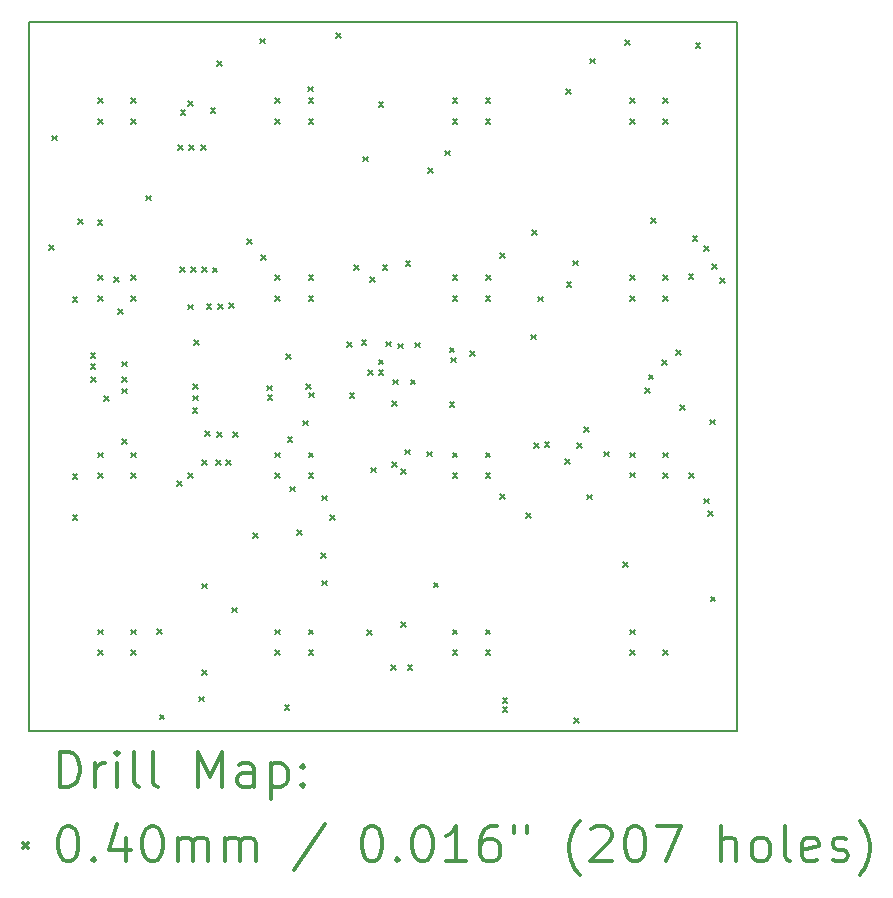
<source format=gbr>
%FSLAX45Y45*%
G04 Gerber Fmt 4.5, Leading zero omitted, Abs format (unit mm)*
G04 Created by KiCad (PCBNEW 4.0.6) date Saturday 24 June 2017 19:10:56*
%MOMM*%
%LPD*%
G01*
G04 APERTURE LIST*
%ADD10C,0.127000*%
%ADD11C,0.150000*%
%ADD12C,0.200000*%
%ADD13C,0.300000*%
G04 APERTURE END LIST*
D10*
D11*
X6000000Y0D02*
X0Y0D01*
X6000000Y6000000D02*
X0Y6000000D01*
X6000000Y0D02*
X6000000Y6000000D01*
X0Y6000000D02*
X0Y0D01*
D12*
X170600Y4115270D02*
X210600Y4075270D01*
X210600Y4115270D02*
X170600Y4075270D01*
X201351Y5041990D02*
X241351Y5001990D01*
X241351Y5041990D02*
X201351Y5001990D01*
X372607Y3674237D02*
X412607Y3634237D01*
X412607Y3674237D02*
X372607Y3634237D01*
X372607Y2174237D02*
X412607Y2134237D01*
X412607Y2174237D02*
X372607Y2134237D01*
X373529Y1828000D02*
X413529Y1788000D01*
X413529Y1828000D02*
X373529Y1788000D01*
X416980Y4332440D02*
X456980Y4292440D01*
X456980Y4332440D02*
X416980Y4292440D01*
X524827Y3196857D02*
X564827Y3156857D01*
X564827Y3196857D02*
X524827Y3156857D01*
X524827Y3107441D02*
X564827Y3067441D01*
X564827Y3107441D02*
X524827Y3067441D01*
X530000Y2995000D02*
X570000Y2955000D01*
X570000Y2995000D02*
X530000Y2955000D01*
X584620Y4326090D02*
X624620Y4286090D01*
X624620Y4326090D02*
X584620Y4286090D01*
X590000Y5357500D02*
X630000Y5317500D01*
X630000Y5357500D02*
X590000Y5317500D01*
X590000Y5182500D02*
X630000Y5142500D01*
X630000Y5182500D02*
X590000Y5142500D01*
X590000Y3857500D02*
X630000Y3817500D01*
X630000Y3857500D02*
X590000Y3817500D01*
X590000Y3682500D02*
X630000Y3642500D01*
X630000Y3682500D02*
X590000Y3642500D01*
X590000Y2357500D02*
X630000Y2317500D01*
X630000Y2357500D02*
X590000Y2317500D01*
X590000Y2186411D02*
X630000Y2146411D01*
X630000Y2186411D02*
X590000Y2146411D01*
X590000Y857500D02*
X630000Y817500D01*
X630000Y857500D02*
X590000Y817500D01*
X590000Y682500D02*
X630000Y642500D01*
X630000Y682500D02*
X590000Y642500D01*
X639230Y2832570D02*
X679230Y2792570D01*
X679230Y2832570D02*
X639230Y2792570D01*
X725590Y3846030D02*
X765590Y3806030D01*
X765590Y3846030D02*
X725590Y3806030D01*
X756070Y3571710D02*
X796070Y3531710D01*
X796070Y3571710D02*
X756070Y3531710D01*
X788571Y3126925D02*
X828571Y3086925D01*
X828571Y3126925D02*
X788571Y3086925D01*
X788571Y2994475D02*
X828571Y2954475D01*
X828571Y2994475D02*
X788571Y2954475D01*
X788571Y2900193D02*
X828571Y2860193D01*
X828571Y2900193D02*
X788571Y2860193D01*
X790360Y2469350D02*
X830360Y2429350D01*
X830360Y2469350D02*
X790360Y2429350D01*
X870000Y5357500D02*
X910000Y5317500D01*
X910000Y5357500D02*
X870000Y5317500D01*
X870000Y5182500D02*
X910000Y5142500D01*
X910000Y5182500D02*
X870000Y5142500D01*
X870000Y3857500D02*
X910000Y3817500D01*
X910000Y3857500D02*
X870000Y3817500D01*
X870000Y3682500D02*
X910000Y3642500D01*
X910000Y3682500D02*
X870000Y3642500D01*
X870000Y2357500D02*
X910000Y2317500D01*
X910000Y2357500D02*
X870000Y2317500D01*
X870000Y2182500D02*
X910000Y2142500D01*
X910000Y2182500D02*
X870000Y2142500D01*
X870000Y857500D02*
X910000Y817500D01*
X910000Y857500D02*
X870000Y817500D01*
X870000Y682500D02*
X910000Y642500D01*
X910000Y682500D02*
X870000Y642500D01*
X993560Y4533100D02*
X1033560Y4493100D01*
X1033560Y4533100D02*
X993560Y4493100D01*
X1087393Y865763D02*
X1127393Y825763D01*
X1127393Y865763D02*
X1087393Y825763D01*
X1109130Y138900D02*
X1149130Y98900D01*
X1149130Y138900D02*
X1109130Y98900D01*
X1258891Y2115516D02*
X1298891Y2075516D01*
X1298891Y2115516D02*
X1258891Y2075516D01*
X1266610Y4961090D02*
X1306610Y4921090D01*
X1306610Y4961090D02*
X1266610Y4921090D01*
X1283120Y3927310D02*
X1323120Y3887310D01*
X1323120Y3927310D02*
X1283120Y3887310D01*
X1286930Y5259540D02*
X1326930Y5219540D01*
X1326930Y5259540D02*
X1286930Y5219540D01*
X1349160Y3611080D02*
X1389160Y3571080D01*
X1389160Y3611080D02*
X1349160Y3571080D01*
X1351700Y2183600D02*
X1391700Y2143600D01*
X1391700Y2183600D02*
X1351700Y2143600D01*
X1352970Y5331930D02*
X1392970Y5291930D01*
X1392970Y5331930D02*
X1352970Y5291930D01*
X1356780Y4961090D02*
X1396780Y4921090D01*
X1396780Y4961090D02*
X1356780Y4921090D01*
X1376324Y3926311D02*
X1416324Y3886311D01*
X1416324Y3926311D02*
X1376324Y3886311D01*
X1388530Y2732240D02*
X1428530Y2692240D01*
X1428530Y2732240D02*
X1388530Y2692240D01*
X1389800Y2937980D02*
X1429800Y2897980D01*
X1429800Y2937980D02*
X1389800Y2897980D01*
X1389800Y2840190D02*
X1429800Y2800190D01*
X1429800Y2840190D02*
X1389800Y2800190D01*
X1401230Y3312630D02*
X1441230Y3272630D01*
X1441230Y3312630D02*
X1401230Y3272630D01*
X1440600Y291300D02*
X1480600Y251300D01*
X1480600Y291300D02*
X1440600Y251300D01*
X1462190Y4958550D02*
X1502190Y4918550D01*
X1502190Y4958550D02*
X1462190Y4918550D01*
X1467270Y1247610D02*
X1507270Y1207610D01*
X1507270Y1247610D02*
X1467270Y1207610D01*
X1470071Y2292549D02*
X1510071Y2252549D01*
X1510071Y2292549D02*
X1470071Y2252549D01*
X1471080Y516090D02*
X1511080Y476090D01*
X1511080Y516090D02*
X1471080Y476090D01*
X1471909Y3926311D02*
X1511909Y3886311D01*
X1511909Y3926311D02*
X1471909Y3886311D01*
X1496293Y2538201D02*
X1536293Y2498201D01*
X1536293Y2538201D02*
X1496293Y2498201D01*
X1506640Y3614890D02*
X1546640Y3574890D01*
X1546640Y3614890D02*
X1506640Y3574890D01*
X1540930Y5270970D02*
X1580930Y5230970D01*
X1580930Y5270970D02*
X1540930Y5230970D01*
X1558173Y3922501D02*
X1598173Y3882501D01*
X1598173Y3922501D02*
X1558173Y3882501D01*
X1586650Y2292549D02*
X1626650Y2252549D01*
X1626650Y2292549D02*
X1586650Y2252549D01*
X1596150Y5671680D02*
X1636150Y5631680D01*
X1636150Y5671680D02*
X1596150Y5631680D01*
X1598664Y2531851D02*
X1638664Y2491851D01*
X1638664Y2531851D02*
X1598664Y2491851D01*
X1605700Y3617430D02*
X1645700Y3577430D01*
X1645700Y3617430D02*
X1605700Y3577430D01*
X1674104Y2292549D02*
X1714104Y2252549D01*
X1714104Y2292549D02*
X1674104Y2252549D01*
X1694600Y3619970D02*
X1734600Y3579970D01*
X1734600Y3619970D02*
X1694600Y3579970D01*
X1723810Y1045680D02*
X1763810Y1005680D01*
X1763810Y1045680D02*
X1723810Y1005680D01*
X1728828Y2531851D02*
X1768828Y2491851D01*
X1768828Y2531851D02*
X1728828Y2491851D01*
X1847000Y4164800D02*
X1887000Y4124800D01*
X1887000Y4164800D02*
X1847000Y4124800D01*
X1897800Y1678140D02*
X1937800Y1638140D01*
X1937800Y1678140D02*
X1897800Y1638140D01*
X1960030Y5862790D02*
X2000030Y5822790D01*
X2000030Y5862790D02*
X1960030Y5822790D01*
X1968370Y4031630D02*
X2008370Y3991630D01*
X2008370Y4031630D02*
X1968370Y3991630D01*
X2019467Y2925168D02*
X2059467Y2885168D01*
X2059467Y2925168D02*
X2019467Y2885168D01*
X2023530Y2845270D02*
X2063530Y2805270D01*
X2063530Y2845270D02*
X2023530Y2805270D01*
X2090000Y5357500D02*
X2130000Y5317500D01*
X2130000Y5357500D02*
X2090000Y5317500D01*
X2090000Y5182500D02*
X2130000Y5142500D01*
X2130000Y5182500D02*
X2090000Y5142500D01*
X2090000Y3857500D02*
X2130000Y3817500D01*
X2130000Y3857500D02*
X2090000Y3817500D01*
X2090000Y3682500D02*
X2130000Y3642500D01*
X2130000Y3682500D02*
X2090000Y3642500D01*
X2090000Y2357500D02*
X2130000Y2317500D01*
X2130000Y2357500D02*
X2090000Y2317500D01*
X2090000Y2182500D02*
X2130000Y2142500D01*
X2130000Y2182500D02*
X2090000Y2142500D01*
X2090000Y857500D02*
X2130000Y817500D01*
X2130000Y857500D02*
X2090000Y817500D01*
X2090000Y682500D02*
X2130000Y642500D01*
X2130000Y682500D02*
X2090000Y642500D01*
X2167040Y220000D02*
X2207040Y180000D01*
X2207040Y220000D02*
X2167040Y180000D01*
X2177200Y3193250D02*
X2217200Y3153250D01*
X2217200Y3193250D02*
X2177200Y3153250D01*
X2193159Y2486411D02*
X2233159Y2446411D01*
X2233159Y2486411D02*
X2193159Y2446411D01*
X2216570Y2069300D02*
X2256570Y2029300D01*
X2256570Y2069300D02*
X2216570Y2029300D01*
X2271180Y1703540D02*
X2311180Y1663540D01*
X2311180Y1703540D02*
X2271180Y1663540D01*
X2325763Y2627393D02*
X2365763Y2587393D01*
X2365763Y2627393D02*
X2325763Y2587393D01*
X2347063Y2939436D02*
X2387063Y2899436D01*
X2387063Y2939436D02*
X2347063Y2899436D01*
X2368970Y5455120D02*
X2408970Y5415120D01*
X2408970Y5455120D02*
X2368970Y5415120D01*
X2370000Y5357500D02*
X2410000Y5317500D01*
X2410000Y5357500D02*
X2370000Y5317500D01*
X2370000Y5182500D02*
X2410000Y5142500D01*
X2410000Y5182500D02*
X2370000Y5142500D01*
X2370000Y3857500D02*
X2410000Y3817500D01*
X2410000Y3857500D02*
X2370000Y3817500D01*
X2370000Y3682500D02*
X2410000Y3642500D01*
X2410000Y3682500D02*
X2370000Y3642500D01*
X2370000Y2357500D02*
X2410000Y2317500D01*
X2410000Y2357500D02*
X2370000Y2317500D01*
X2370000Y2182500D02*
X2410000Y2142500D01*
X2410000Y2182500D02*
X2370000Y2142500D01*
X2370000Y857500D02*
X2410000Y817500D01*
X2410000Y857500D02*
X2370000Y817500D01*
X2370000Y682500D02*
X2410000Y642500D01*
X2410000Y682500D02*
X2370000Y642500D01*
X2375320Y2864591D02*
X2415320Y2824591D01*
X2415320Y2864591D02*
X2375320Y2824591D01*
X2473738Y1503567D02*
X2513738Y1463567D01*
X2513738Y1503567D02*
X2473738Y1463567D01*
X2484540Y1274280D02*
X2524540Y1234280D01*
X2524540Y1274280D02*
X2484540Y1234280D01*
X2485981Y1993819D02*
X2525981Y1953819D01*
X2525981Y1993819D02*
X2485981Y1953819D01*
X2552852Y1826897D02*
X2592852Y1786897D01*
X2592852Y1826897D02*
X2552852Y1786897D01*
X2603920Y5911050D02*
X2643920Y5871050D01*
X2643920Y5911050D02*
X2603920Y5871050D01*
X2694090Y3292310D02*
X2734090Y3252310D01*
X2734090Y3292310D02*
X2694090Y3252310D01*
X2716950Y2859240D02*
X2756950Y2819240D01*
X2756950Y2859240D02*
X2716950Y2819240D01*
X2756320Y3945090D02*
X2796320Y3905090D01*
X2796320Y3945090D02*
X2756320Y3905090D01*
X2818550Y3310361D02*
X2858550Y3270361D01*
X2858550Y3310361D02*
X2818550Y3270361D01*
X2833790Y4863300D02*
X2873790Y4823300D01*
X2873790Y4863300D02*
X2833790Y4823300D01*
X2866810Y852640D02*
X2906810Y812640D01*
X2906810Y852640D02*
X2866810Y812640D01*
X2872264Y3056015D02*
X2912264Y3016015D01*
X2912264Y3056015D02*
X2872264Y3016015D01*
X2888934Y3841221D02*
X2928934Y3801221D01*
X2928934Y3841221D02*
X2888934Y3801221D01*
X2902370Y2230590D02*
X2942370Y2190590D01*
X2942370Y2230590D02*
X2902370Y2190590D01*
X2963330Y5323040D02*
X3003330Y5283040D01*
X3003330Y5323040D02*
X2963330Y5283040D01*
X2964329Y3143569D02*
X3004329Y3103569D01*
X3004329Y3143569D02*
X2964329Y3103569D01*
X2964329Y3058630D02*
X3004329Y3018630D01*
X3004329Y3058630D02*
X2964329Y3018630D01*
X2996350Y3943820D02*
X3036350Y3903820D01*
X3036350Y3943820D02*
X2996350Y3903820D01*
X3026830Y3296120D02*
X3066830Y3256120D01*
X3066830Y3296120D02*
X3026830Y3256120D01*
X3069008Y556459D02*
X3109008Y516459D01*
X3109008Y556459D02*
X3069008Y516459D01*
X3076260Y2795350D02*
X3116260Y2755350D01*
X3116260Y2795350D02*
X3076260Y2755350D01*
X3077741Y2279124D02*
X3117741Y2239124D01*
X3117741Y2279124D02*
X3077741Y2239124D01*
X3088789Y2974173D02*
X3128789Y2934173D01*
X3128789Y2974173D02*
X3088789Y2934173D01*
X3130213Y3280110D02*
X3170213Y3240110D01*
X3170213Y3280110D02*
X3130213Y3240110D01*
X3152560Y2220430D02*
X3192560Y2180430D01*
X3192560Y2220430D02*
X3152560Y2180430D01*
X3153013Y920001D02*
X3193013Y880001D01*
X3193013Y920001D02*
X3153013Y880001D01*
X3188120Y2382990D02*
X3228120Y2342990D01*
X3228120Y2382990D02*
X3188120Y2342990D01*
X3191930Y3978110D02*
X3231930Y3938110D01*
X3231930Y3978110D02*
X3191930Y3938110D01*
X3209710Y556459D02*
X3249710Y516459D01*
X3249710Y556459D02*
X3209710Y516459D01*
X3233840Y2974810D02*
X3273840Y2934810D01*
X3273840Y2974810D02*
X3233840Y2934810D01*
X3271278Y3287381D02*
X3311278Y3247381D01*
X3311278Y3287381D02*
X3271278Y3247381D01*
X3372607Y2365763D02*
X3412607Y2325763D01*
X3412607Y2365763D02*
X3372607Y2325763D01*
X3382430Y4766780D02*
X3422430Y4726780D01*
X3422430Y4766780D02*
X3382430Y4726780D01*
X3429420Y1256500D02*
X3469420Y1216500D01*
X3469420Y1256500D02*
X3429420Y1216500D01*
X3525000Y4914930D02*
X3565000Y4874930D01*
X3565000Y4914930D02*
X3525000Y4874930D01*
X3563396Y2786716D02*
X3603396Y2746716D01*
X3603396Y2786716D02*
X3563396Y2746716D01*
X3565310Y3246590D02*
X3605310Y3206590D01*
X3605310Y3246590D02*
X3565310Y3206590D01*
X3576740Y3161500D02*
X3616740Y3121500D01*
X3616740Y3161500D02*
X3576740Y3121500D01*
X3590000Y5357500D02*
X3630000Y5317500D01*
X3630000Y5357500D02*
X3590000Y5317500D01*
X3590000Y5182500D02*
X3630000Y5142500D01*
X3630000Y5182500D02*
X3590000Y5142500D01*
X3590000Y3857500D02*
X3630000Y3817500D01*
X3630000Y3857500D02*
X3590000Y3817500D01*
X3590000Y3682500D02*
X3630000Y3642500D01*
X3630000Y3682500D02*
X3590000Y3642500D01*
X3590000Y2357500D02*
X3630000Y2317500D01*
X3630000Y2357500D02*
X3590000Y2317500D01*
X3590000Y2182500D02*
X3630000Y2142500D01*
X3630000Y2182500D02*
X3590000Y2142500D01*
X3590000Y857500D02*
X3630000Y817500D01*
X3630000Y857500D02*
X3590000Y817500D01*
X3590000Y682500D02*
X3630000Y642500D01*
X3630000Y682500D02*
X3590000Y642500D01*
X3738030Y3214840D02*
X3778030Y3174840D01*
X3778030Y3214840D02*
X3738030Y3174840D01*
X3870000Y5357500D02*
X3910000Y5317500D01*
X3910000Y5357500D02*
X3870000Y5317500D01*
X3870000Y5182500D02*
X3910000Y5142500D01*
X3910000Y5182500D02*
X3870000Y5142500D01*
X3870000Y3682500D02*
X3910000Y3642500D01*
X3910000Y3682500D02*
X3870000Y3642500D01*
X3870000Y2357500D02*
X3910000Y2317500D01*
X3910000Y2357500D02*
X3870000Y2317500D01*
X3870000Y2182500D02*
X3910000Y2142500D01*
X3910000Y2182500D02*
X3870000Y2142500D01*
X3870000Y857500D02*
X3910000Y817500D01*
X3910000Y857500D02*
X3870000Y817500D01*
X3870000Y682500D02*
X3910000Y642500D01*
X3910000Y682500D02*
X3870000Y642500D01*
X3871380Y3857460D02*
X3911380Y3817460D01*
X3911380Y3857460D02*
X3871380Y3817460D01*
X3990027Y4045962D02*
X4030027Y4005962D01*
X4030027Y4045962D02*
X3990027Y4005962D01*
X3991629Y2008069D02*
X4031629Y1968069D01*
X4031629Y2008069D02*
X3991629Y1968069D01*
X4012116Y281402D02*
X4052116Y241402D01*
X4052116Y281402D02*
X4012116Y241402D01*
X4012350Y201401D02*
X4052350Y161401D01*
X4052350Y201401D02*
X4012350Y161401D01*
X4213010Y1847050D02*
X4253010Y1807050D01*
X4253010Y1847050D02*
X4213010Y1807050D01*
X4256190Y3357080D02*
X4296190Y3317080D01*
X4296190Y3357080D02*
X4256190Y3317080D01*
X4260000Y4238460D02*
X4300000Y4198460D01*
X4300000Y4238460D02*
X4260000Y4198460D01*
X4279050Y2440140D02*
X4319050Y2400140D01*
X4319050Y2440140D02*
X4279050Y2400140D01*
X4315880Y3678390D02*
X4355880Y3638390D01*
X4355880Y3678390D02*
X4315880Y3638390D01*
X4367950Y2443950D02*
X4407950Y2403950D01*
X4407950Y2443950D02*
X4367950Y2403950D01*
X4540670Y2300711D02*
X4580670Y2260711D01*
X4580670Y2300711D02*
X4540670Y2260711D01*
X4550830Y5432000D02*
X4590830Y5392000D01*
X4590830Y5432000D02*
X4550830Y5392000D01*
X4554640Y3797770D02*
X4594640Y3757770D01*
X4594640Y3797770D02*
X4554640Y3757770D01*
X4611790Y3983461D02*
X4651790Y3943461D01*
X4651790Y3983461D02*
X4611790Y3943461D01*
X4620680Y109690D02*
X4660680Y69690D01*
X4660680Y109690D02*
X4620680Y69690D01*
X4645978Y2439247D02*
X4685978Y2399247D01*
X4685978Y2439247D02*
X4645978Y2399247D01*
X4704003Y2574747D02*
X4744003Y2534747D01*
X4744003Y2574747D02*
X4704003Y2534747D01*
X4728630Y2000720D02*
X4768630Y1960720D01*
X4768630Y2000720D02*
X4728630Y1960720D01*
X4751490Y5693880D02*
X4791490Y5653880D01*
X4791490Y5693880D02*
X4751490Y5653880D01*
X4872607Y2365763D02*
X4912607Y2325763D01*
X4912607Y2365763D02*
X4872607Y2325763D01*
X5035970Y1433030D02*
X5075970Y1393030D01*
X5075970Y1433030D02*
X5035970Y1393030D01*
X5047400Y5848549D02*
X5087400Y5808549D01*
X5087400Y5848549D02*
X5047400Y5808549D01*
X5090000Y5357500D02*
X5130000Y5317500D01*
X5130000Y5357500D02*
X5090000Y5317500D01*
X5090000Y5182500D02*
X5130000Y5142500D01*
X5130000Y5182500D02*
X5090000Y5142500D01*
X5090000Y3857500D02*
X5130000Y3817500D01*
X5130000Y3857500D02*
X5090000Y3817500D01*
X5090000Y2357500D02*
X5130000Y2317500D01*
X5130000Y2357500D02*
X5090000Y2317500D01*
X5090000Y2188232D02*
X5130000Y2148232D01*
X5130000Y2188232D02*
X5090000Y2148232D01*
X5090000Y857500D02*
X5130000Y817500D01*
X5130000Y857500D02*
X5090000Y817500D01*
X5090000Y682500D02*
X5130000Y642500D01*
X5130000Y682500D02*
X5090000Y642500D01*
X5090257Y3683773D02*
X5130257Y3643773D01*
X5130257Y3683773D02*
X5090257Y3643773D01*
X5222660Y2904960D02*
X5262660Y2864960D01*
X5262660Y2904960D02*
X5222660Y2864960D01*
X5249330Y3016720D02*
X5289330Y2976720D01*
X5289330Y3016720D02*
X5249330Y2976720D01*
X5273189Y4340060D02*
X5313189Y4300060D01*
X5313189Y4340060D02*
X5273189Y4300060D01*
X5361090Y3142450D02*
X5401090Y3102450D01*
X5401090Y3142450D02*
X5361090Y3102450D01*
X5370000Y5357500D02*
X5410000Y5317500D01*
X5410000Y5357500D02*
X5370000Y5317500D01*
X5370000Y5182500D02*
X5410000Y5142500D01*
X5410000Y5182500D02*
X5370000Y5142500D01*
X5370000Y3857500D02*
X5410000Y3817500D01*
X5410000Y3857500D02*
X5370000Y3817500D01*
X5370000Y3682500D02*
X5410000Y3642500D01*
X5410000Y3682500D02*
X5370000Y3642500D01*
X5370000Y2357500D02*
X5410000Y2317500D01*
X5410000Y2357500D02*
X5370000Y2317500D01*
X5370000Y2182500D02*
X5410000Y2142500D01*
X5410000Y2182500D02*
X5370000Y2142500D01*
X5370000Y682500D02*
X5410000Y642500D01*
X5410000Y682500D02*
X5370000Y642500D01*
X5480470Y3227540D02*
X5520470Y3187540D01*
X5520470Y3227540D02*
X5480470Y3187540D01*
X5516030Y2757640D02*
X5556030Y2717640D01*
X5556030Y2757640D02*
X5516030Y2717640D01*
X5587393Y3865763D02*
X5627393Y3825763D01*
X5627393Y3865763D02*
X5587393Y3825763D01*
X5594943Y2181788D02*
X5634943Y2141788D01*
X5634943Y2181788D02*
X5594943Y2141788D01*
X5622710Y4187660D02*
X5662710Y4147660D01*
X5662710Y4187660D02*
X5622710Y4147660D01*
X5648110Y5825960D02*
X5688110Y5785960D01*
X5688110Y5825960D02*
X5648110Y5785960D01*
X5719230Y4106380D02*
X5759230Y4066380D01*
X5759230Y4106380D02*
X5719230Y4066380D01*
X5720500Y1967700D02*
X5760500Y1927700D01*
X5760500Y1967700D02*
X5720500Y1927700D01*
X5753249Y1863560D02*
X5793249Y1823560D01*
X5793249Y1863560D02*
X5753249Y1823560D01*
X5771300Y2636990D02*
X5811300Y2596990D01*
X5811300Y2636990D02*
X5771300Y2596990D01*
X5774111Y1138543D02*
X5814111Y1098543D01*
X5814111Y1138543D02*
X5774111Y1098543D01*
X5789080Y3950170D02*
X5829080Y3910170D01*
X5829080Y3950170D02*
X5789080Y3910170D01*
X5851581Y3832060D02*
X5891581Y3792060D01*
X5891581Y3832060D02*
X5851581Y3792060D01*
D13*
X263929Y-473214D02*
X263929Y-173214D01*
X335357Y-173214D01*
X378214Y-187500D01*
X406786Y-216071D01*
X421071Y-244643D01*
X435357Y-301786D01*
X435357Y-344643D01*
X421071Y-401786D01*
X406786Y-430357D01*
X378214Y-458929D01*
X335357Y-473214D01*
X263929Y-473214D01*
X563929Y-473214D02*
X563929Y-273214D01*
X563929Y-330357D02*
X578214Y-301786D01*
X592500Y-287500D01*
X621071Y-273214D01*
X649643Y-273214D01*
X749643Y-473214D02*
X749643Y-273214D01*
X749643Y-173214D02*
X735357Y-187500D01*
X749643Y-201786D01*
X763928Y-187500D01*
X749643Y-173214D01*
X749643Y-201786D01*
X935357Y-473214D02*
X906786Y-458929D01*
X892500Y-430357D01*
X892500Y-173214D01*
X1092500Y-473214D02*
X1063929Y-458929D01*
X1049643Y-430357D01*
X1049643Y-173214D01*
X1435357Y-473214D02*
X1435357Y-173214D01*
X1535357Y-387500D01*
X1635357Y-173214D01*
X1635357Y-473214D01*
X1906786Y-473214D02*
X1906786Y-316072D01*
X1892500Y-287500D01*
X1863928Y-273214D01*
X1806786Y-273214D01*
X1778214Y-287500D01*
X1906786Y-458929D02*
X1878214Y-473214D01*
X1806786Y-473214D01*
X1778214Y-458929D01*
X1763928Y-430357D01*
X1763928Y-401786D01*
X1778214Y-373214D01*
X1806786Y-358929D01*
X1878214Y-358929D01*
X1906786Y-344643D01*
X2049643Y-273214D02*
X2049643Y-573214D01*
X2049643Y-287500D02*
X2078214Y-273214D01*
X2135357Y-273214D01*
X2163929Y-287500D01*
X2178214Y-301786D01*
X2192500Y-330357D01*
X2192500Y-416071D01*
X2178214Y-444643D01*
X2163929Y-458929D01*
X2135357Y-473214D01*
X2078214Y-473214D01*
X2049643Y-458929D01*
X2321071Y-444643D02*
X2335357Y-458929D01*
X2321071Y-473214D01*
X2306786Y-458929D01*
X2321071Y-444643D01*
X2321071Y-473214D01*
X2321071Y-287500D02*
X2335357Y-301786D01*
X2321071Y-316072D01*
X2306786Y-301786D01*
X2321071Y-287500D01*
X2321071Y-316072D01*
X-47500Y-947500D02*
X-7500Y-987500D01*
X-7500Y-947500D02*
X-47500Y-987500D01*
X321071Y-803214D02*
X349643Y-803214D01*
X378214Y-817500D01*
X392500Y-831786D01*
X406786Y-860357D01*
X421071Y-917500D01*
X421071Y-988929D01*
X406786Y-1046071D01*
X392500Y-1074643D01*
X378214Y-1088929D01*
X349643Y-1103214D01*
X321071Y-1103214D01*
X292500Y-1088929D01*
X278214Y-1074643D01*
X263929Y-1046071D01*
X249643Y-988929D01*
X249643Y-917500D01*
X263929Y-860357D01*
X278214Y-831786D01*
X292500Y-817500D01*
X321071Y-803214D01*
X549643Y-1074643D02*
X563929Y-1088929D01*
X549643Y-1103214D01*
X535357Y-1088929D01*
X549643Y-1074643D01*
X549643Y-1103214D01*
X821071Y-903214D02*
X821071Y-1103214D01*
X749643Y-788929D02*
X678214Y-1003214D01*
X863928Y-1003214D01*
X1035357Y-803214D02*
X1063929Y-803214D01*
X1092500Y-817500D01*
X1106786Y-831786D01*
X1121071Y-860357D01*
X1135357Y-917500D01*
X1135357Y-988929D01*
X1121071Y-1046071D01*
X1106786Y-1074643D01*
X1092500Y-1088929D01*
X1063929Y-1103214D01*
X1035357Y-1103214D01*
X1006786Y-1088929D01*
X992500Y-1074643D01*
X978214Y-1046071D01*
X963928Y-988929D01*
X963928Y-917500D01*
X978214Y-860357D01*
X992500Y-831786D01*
X1006786Y-817500D01*
X1035357Y-803214D01*
X1263929Y-1103214D02*
X1263929Y-903214D01*
X1263929Y-931786D02*
X1278214Y-917500D01*
X1306786Y-903214D01*
X1349643Y-903214D01*
X1378214Y-917500D01*
X1392500Y-946071D01*
X1392500Y-1103214D01*
X1392500Y-946071D02*
X1406786Y-917500D01*
X1435357Y-903214D01*
X1478214Y-903214D01*
X1506786Y-917500D01*
X1521071Y-946071D01*
X1521071Y-1103214D01*
X1663928Y-1103214D02*
X1663928Y-903214D01*
X1663928Y-931786D02*
X1678214Y-917500D01*
X1706786Y-903214D01*
X1749643Y-903214D01*
X1778214Y-917500D01*
X1792500Y-946071D01*
X1792500Y-1103214D01*
X1792500Y-946071D02*
X1806786Y-917500D01*
X1835357Y-903214D01*
X1878214Y-903214D01*
X1906786Y-917500D01*
X1921071Y-946071D01*
X1921071Y-1103214D01*
X2506786Y-788929D02*
X2249643Y-1174643D01*
X2892500Y-803214D02*
X2921071Y-803214D01*
X2949643Y-817500D01*
X2963928Y-831786D01*
X2978214Y-860357D01*
X2992500Y-917500D01*
X2992500Y-988929D01*
X2978214Y-1046071D01*
X2963928Y-1074643D01*
X2949643Y-1088929D01*
X2921071Y-1103214D01*
X2892500Y-1103214D01*
X2863928Y-1088929D01*
X2849643Y-1074643D01*
X2835357Y-1046071D01*
X2821071Y-988929D01*
X2821071Y-917500D01*
X2835357Y-860357D01*
X2849643Y-831786D01*
X2863928Y-817500D01*
X2892500Y-803214D01*
X3121071Y-1074643D02*
X3135357Y-1088929D01*
X3121071Y-1103214D01*
X3106786Y-1088929D01*
X3121071Y-1074643D01*
X3121071Y-1103214D01*
X3321071Y-803214D02*
X3349643Y-803214D01*
X3378214Y-817500D01*
X3392500Y-831786D01*
X3406785Y-860357D01*
X3421071Y-917500D01*
X3421071Y-988929D01*
X3406785Y-1046071D01*
X3392500Y-1074643D01*
X3378214Y-1088929D01*
X3349643Y-1103214D01*
X3321071Y-1103214D01*
X3292500Y-1088929D01*
X3278214Y-1074643D01*
X3263928Y-1046071D01*
X3249643Y-988929D01*
X3249643Y-917500D01*
X3263928Y-860357D01*
X3278214Y-831786D01*
X3292500Y-817500D01*
X3321071Y-803214D01*
X3706785Y-1103214D02*
X3535357Y-1103214D01*
X3621071Y-1103214D02*
X3621071Y-803214D01*
X3592500Y-846071D01*
X3563928Y-874643D01*
X3535357Y-888929D01*
X3963928Y-803214D02*
X3906785Y-803214D01*
X3878214Y-817500D01*
X3863928Y-831786D01*
X3835357Y-874643D01*
X3821071Y-931786D01*
X3821071Y-1046071D01*
X3835357Y-1074643D01*
X3849643Y-1088929D01*
X3878214Y-1103214D01*
X3935357Y-1103214D01*
X3963928Y-1088929D01*
X3978214Y-1074643D01*
X3992500Y-1046071D01*
X3992500Y-974643D01*
X3978214Y-946071D01*
X3963928Y-931786D01*
X3935357Y-917500D01*
X3878214Y-917500D01*
X3849643Y-931786D01*
X3835357Y-946071D01*
X3821071Y-974643D01*
X4106786Y-803214D02*
X4106786Y-860357D01*
X4221071Y-803214D02*
X4221071Y-860357D01*
X4663928Y-1217500D02*
X4649643Y-1203214D01*
X4621071Y-1160357D01*
X4606786Y-1131786D01*
X4592500Y-1088929D01*
X4578214Y-1017500D01*
X4578214Y-960357D01*
X4592500Y-888929D01*
X4606786Y-846071D01*
X4621071Y-817500D01*
X4649643Y-774643D01*
X4663928Y-760357D01*
X4763928Y-831786D02*
X4778214Y-817500D01*
X4806786Y-803214D01*
X4878214Y-803214D01*
X4906786Y-817500D01*
X4921071Y-831786D01*
X4935357Y-860357D01*
X4935357Y-888929D01*
X4921071Y-931786D01*
X4749643Y-1103214D01*
X4935357Y-1103214D01*
X5121071Y-803214D02*
X5149643Y-803214D01*
X5178214Y-817500D01*
X5192500Y-831786D01*
X5206786Y-860357D01*
X5221071Y-917500D01*
X5221071Y-988929D01*
X5206786Y-1046071D01*
X5192500Y-1074643D01*
X5178214Y-1088929D01*
X5149643Y-1103214D01*
X5121071Y-1103214D01*
X5092500Y-1088929D01*
X5078214Y-1074643D01*
X5063928Y-1046071D01*
X5049643Y-988929D01*
X5049643Y-917500D01*
X5063928Y-860357D01*
X5078214Y-831786D01*
X5092500Y-817500D01*
X5121071Y-803214D01*
X5321071Y-803214D02*
X5521071Y-803214D01*
X5392500Y-1103214D01*
X5863928Y-1103214D02*
X5863928Y-803214D01*
X5992500Y-1103214D02*
X5992500Y-946071D01*
X5978214Y-917500D01*
X5949643Y-903214D01*
X5906785Y-903214D01*
X5878214Y-917500D01*
X5863928Y-931786D01*
X6178214Y-1103214D02*
X6149643Y-1088929D01*
X6135357Y-1074643D01*
X6121071Y-1046071D01*
X6121071Y-960357D01*
X6135357Y-931786D01*
X6149643Y-917500D01*
X6178214Y-903214D01*
X6221071Y-903214D01*
X6249643Y-917500D01*
X6263928Y-931786D01*
X6278214Y-960357D01*
X6278214Y-1046071D01*
X6263928Y-1074643D01*
X6249643Y-1088929D01*
X6221071Y-1103214D01*
X6178214Y-1103214D01*
X6449643Y-1103214D02*
X6421071Y-1088929D01*
X6406786Y-1060357D01*
X6406786Y-803214D01*
X6678214Y-1088929D02*
X6649643Y-1103214D01*
X6592500Y-1103214D01*
X6563928Y-1088929D01*
X6549643Y-1060357D01*
X6549643Y-946071D01*
X6563928Y-917500D01*
X6592500Y-903214D01*
X6649643Y-903214D01*
X6678214Y-917500D01*
X6692500Y-946071D01*
X6692500Y-974643D01*
X6549643Y-1003214D01*
X6806786Y-1088929D02*
X6835357Y-1103214D01*
X6892500Y-1103214D01*
X6921071Y-1088929D01*
X6935357Y-1060357D01*
X6935357Y-1046071D01*
X6921071Y-1017500D01*
X6892500Y-1003214D01*
X6849643Y-1003214D01*
X6821071Y-988929D01*
X6806786Y-960357D01*
X6806786Y-946071D01*
X6821071Y-917500D01*
X6849643Y-903214D01*
X6892500Y-903214D01*
X6921071Y-917500D01*
X7035357Y-1217500D02*
X7049643Y-1203214D01*
X7078214Y-1160357D01*
X7092500Y-1131786D01*
X7106786Y-1088929D01*
X7121071Y-1017500D01*
X7121071Y-960357D01*
X7106786Y-888929D01*
X7092500Y-846071D01*
X7078214Y-817500D01*
X7049643Y-774643D01*
X7035357Y-760357D01*
M02*

</source>
